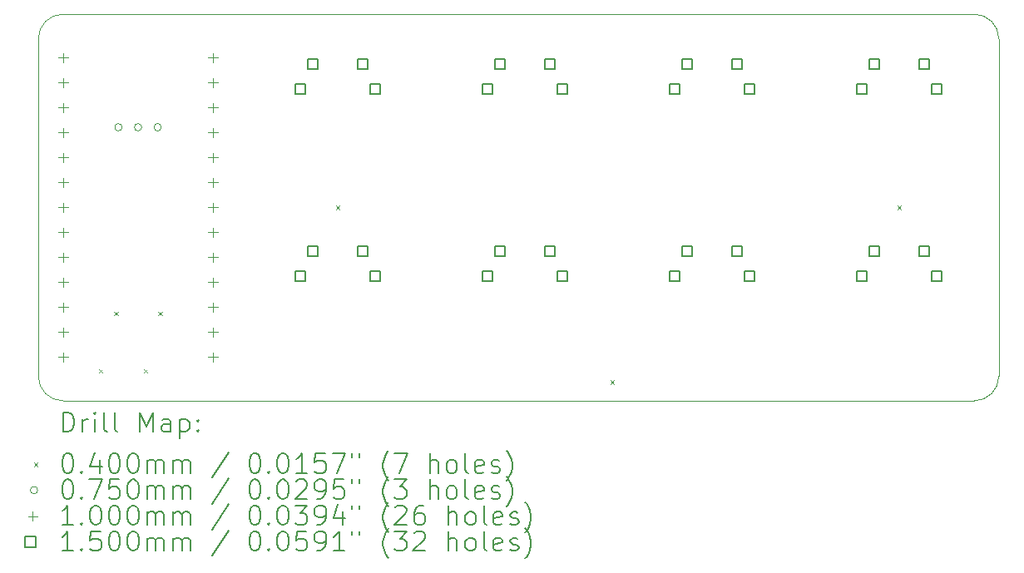
<source format=gbr>
%TF.GenerationSoftware,KiCad,Pcbnew,(6.0.7)*%
%TF.CreationDate,2022-11-12T22:44:36+08:00*%
%TF.ProjectId,KP08_keypad,4b503038-5f6b-4657-9970-61642e6b6963,1.0*%
%TF.SameCoordinates,Original*%
%TF.FileFunction,Drillmap*%
%TF.FilePolarity,Positive*%
%FSLAX45Y45*%
G04 Gerber Fmt 4.5, Leading zero omitted, Abs format (unit mm)*
G04 Created by KiCad (PCBNEW (6.0.7)) date 2022-11-12 22:44:36*
%MOMM*%
%LPD*%
G01*
G04 APERTURE LIST*
%ADD10C,0.100000*%
%ADD11C,0.200000*%
%ADD12C,0.040000*%
%ADD13C,0.075000*%
%ADD14C,0.150000*%
G04 APERTURE END LIST*
D10*
X8382000Y-10287000D02*
X8382000Y-6858000D01*
X8636000Y-6604000D02*
X17907000Y-6604000D01*
X8382000Y-10287000D02*
G75*
G03*
X8636000Y-10541000I254000J0D01*
G01*
X8636000Y-6604000D02*
G75*
G03*
X8382000Y-6858000I0J-254000D01*
G01*
X18161000Y-6858000D02*
G75*
G03*
X17907000Y-6604000I-254000J0D01*
G01*
X17907000Y-10541000D02*
X8636000Y-10541000D01*
X18161000Y-6858000D02*
X18161000Y-10287000D01*
X17907000Y-10541000D02*
G75*
G03*
X18161000Y-10287000I0J254000D01*
G01*
D11*
D12*
X8997000Y-10216200D02*
X9037000Y-10256200D01*
X9037000Y-10216200D02*
X8997000Y-10256200D01*
X9153000Y-9632000D02*
X9193000Y-9672000D01*
X9193000Y-9632000D02*
X9153000Y-9672000D01*
X9454200Y-10216200D02*
X9494200Y-10256200D01*
X9494200Y-10216200D02*
X9454200Y-10256200D01*
X9603000Y-9632000D02*
X9643000Y-9672000D01*
X9643000Y-9632000D02*
X9603000Y-9672000D01*
X11410000Y-8552500D02*
X11450000Y-8592500D01*
X11450000Y-8552500D02*
X11410000Y-8592500D01*
X14204000Y-10330500D02*
X14244000Y-10370500D01*
X14244000Y-10330500D02*
X14204000Y-10370500D01*
X17125000Y-8552500D02*
X17165000Y-8592500D01*
X17165000Y-8552500D02*
X17125000Y-8592500D01*
D13*
X9235500Y-7755500D02*
G75*
G03*
X9235500Y-7755500I-37500J0D01*
G01*
X9435500Y-7755500D02*
G75*
G03*
X9435500Y-7755500I-37500J0D01*
G01*
X9635500Y-7755500D02*
G75*
G03*
X9635500Y-7755500I-37500J0D01*
G01*
D10*
X8636000Y-6998500D02*
X8636000Y-7098500D01*
X8586000Y-7048500D02*
X8686000Y-7048500D01*
X8636000Y-7252500D02*
X8636000Y-7352500D01*
X8586000Y-7302500D02*
X8686000Y-7302500D01*
X8636000Y-7506500D02*
X8636000Y-7606500D01*
X8586000Y-7556500D02*
X8686000Y-7556500D01*
X8636000Y-7760500D02*
X8636000Y-7860500D01*
X8586000Y-7810500D02*
X8686000Y-7810500D01*
X8636000Y-8014500D02*
X8636000Y-8114500D01*
X8586000Y-8064500D02*
X8686000Y-8064500D01*
X8636000Y-8268500D02*
X8636000Y-8368500D01*
X8586000Y-8318500D02*
X8686000Y-8318500D01*
X8636000Y-8522500D02*
X8636000Y-8622500D01*
X8586000Y-8572500D02*
X8686000Y-8572500D01*
X8636000Y-8776500D02*
X8636000Y-8876500D01*
X8586000Y-8826500D02*
X8686000Y-8826500D01*
X8636000Y-9030500D02*
X8636000Y-9130500D01*
X8586000Y-9080500D02*
X8686000Y-9080500D01*
X8636000Y-9284500D02*
X8636000Y-9384500D01*
X8586000Y-9334500D02*
X8686000Y-9334500D01*
X8636000Y-9538500D02*
X8636000Y-9638500D01*
X8586000Y-9588500D02*
X8686000Y-9588500D01*
X8636000Y-9792500D02*
X8636000Y-9892500D01*
X8586000Y-9842500D02*
X8686000Y-9842500D01*
X8636000Y-10046500D02*
X8636000Y-10146500D01*
X8586000Y-10096500D02*
X8686000Y-10096500D01*
X10160000Y-6998500D02*
X10160000Y-7098500D01*
X10110000Y-7048500D02*
X10210000Y-7048500D01*
X10160000Y-7252500D02*
X10160000Y-7352500D01*
X10110000Y-7302500D02*
X10210000Y-7302500D01*
X10160000Y-7506500D02*
X10160000Y-7606500D01*
X10110000Y-7556500D02*
X10210000Y-7556500D01*
X10160000Y-7760500D02*
X10160000Y-7860500D01*
X10110000Y-7810500D02*
X10210000Y-7810500D01*
X10160000Y-8014500D02*
X10160000Y-8114500D01*
X10110000Y-8064500D02*
X10210000Y-8064500D01*
X10160000Y-8268500D02*
X10160000Y-8368500D01*
X10110000Y-8318500D02*
X10210000Y-8318500D01*
X10160000Y-8522500D02*
X10160000Y-8622500D01*
X10110000Y-8572500D02*
X10210000Y-8572500D01*
X10160000Y-8776500D02*
X10160000Y-8876500D01*
X10110000Y-8826500D02*
X10210000Y-8826500D01*
X10160000Y-9030500D02*
X10160000Y-9130500D01*
X10110000Y-9080500D02*
X10210000Y-9080500D01*
X10160000Y-9284500D02*
X10160000Y-9384500D01*
X10110000Y-9334500D02*
X10210000Y-9334500D01*
X10160000Y-9538500D02*
X10160000Y-9638500D01*
X10110000Y-9588500D02*
X10210000Y-9588500D01*
X10160000Y-9792500D02*
X10160000Y-9892500D01*
X10110000Y-9842500D02*
X10210000Y-9842500D01*
X10160000Y-10046500D02*
X10160000Y-10146500D01*
X10110000Y-10096500D02*
X10210000Y-10096500D01*
D14*
X11102034Y-7419033D02*
X11102034Y-7312966D01*
X10995967Y-7312966D01*
X10995967Y-7419033D01*
X11102034Y-7419033D01*
X11102034Y-9324034D02*
X11102034Y-9217967D01*
X10995967Y-9217967D01*
X10995967Y-9324034D01*
X11102034Y-9324034D01*
X11229033Y-7165033D02*
X11229033Y-7058966D01*
X11122967Y-7058966D01*
X11122967Y-7165033D01*
X11229033Y-7165033D01*
X11229033Y-9070034D02*
X11229033Y-8963967D01*
X11122967Y-8963967D01*
X11122967Y-9070034D01*
X11229033Y-9070034D01*
X11737033Y-7165033D02*
X11737033Y-7058966D01*
X11630966Y-7058966D01*
X11630966Y-7165033D01*
X11737033Y-7165033D01*
X11737033Y-9070034D02*
X11737033Y-8963967D01*
X11630966Y-8963967D01*
X11630966Y-9070034D01*
X11737033Y-9070034D01*
X11864033Y-7419033D02*
X11864033Y-7312966D01*
X11757966Y-7312966D01*
X11757966Y-7419033D01*
X11864033Y-7419033D01*
X11864033Y-9324034D02*
X11864033Y-9217967D01*
X11757966Y-9217967D01*
X11757966Y-9324034D01*
X11864033Y-9324034D01*
X13007033Y-7419033D02*
X13007033Y-7312966D01*
X12900966Y-7312966D01*
X12900966Y-7419033D01*
X13007033Y-7419033D01*
X13007033Y-9324034D02*
X13007033Y-9217967D01*
X12900966Y-9217967D01*
X12900966Y-9324034D01*
X13007033Y-9324034D01*
X13134033Y-7165033D02*
X13134033Y-7058966D01*
X13027966Y-7058966D01*
X13027966Y-7165033D01*
X13134033Y-7165033D01*
X13134033Y-9070034D02*
X13134033Y-8963967D01*
X13027966Y-8963967D01*
X13027966Y-9070034D01*
X13134033Y-9070034D01*
X13642033Y-7165033D02*
X13642033Y-7058966D01*
X13535966Y-7058966D01*
X13535966Y-7165033D01*
X13642033Y-7165033D01*
X13642033Y-9070034D02*
X13642033Y-8963967D01*
X13535966Y-8963967D01*
X13535966Y-9070034D01*
X13642033Y-9070034D01*
X13769033Y-7419033D02*
X13769033Y-7312966D01*
X13662966Y-7312966D01*
X13662966Y-7419033D01*
X13769033Y-7419033D01*
X13769033Y-9324034D02*
X13769033Y-9217967D01*
X13662966Y-9217967D01*
X13662966Y-9324034D01*
X13769033Y-9324034D01*
X14912033Y-7419033D02*
X14912033Y-7312966D01*
X14805966Y-7312966D01*
X14805966Y-7419033D01*
X14912033Y-7419033D01*
X14912033Y-9324034D02*
X14912033Y-9217967D01*
X14805966Y-9217967D01*
X14805966Y-9324034D01*
X14912033Y-9324034D01*
X15039033Y-7165033D02*
X15039033Y-7058966D01*
X14932966Y-7058966D01*
X14932966Y-7165033D01*
X15039033Y-7165033D01*
X15039033Y-9070034D02*
X15039033Y-8963967D01*
X14932966Y-8963967D01*
X14932966Y-9070034D01*
X15039033Y-9070034D01*
X15547033Y-7165033D02*
X15547033Y-7058966D01*
X15440966Y-7058966D01*
X15440966Y-7165033D01*
X15547033Y-7165033D01*
X15547033Y-9070034D02*
X15547033Y-8963967D01*
X15440966Y-8963967D01*
X15440966Y-9070034D01*
X15547033Y-9070034D01*
X15674033Y-7419033D02*
X15674033Y-7312966D01*
X15567966Y-7312966D01*
X15567966Y-7419033D01*
X15674033Y-7419033D01*
X15674033Y-9324034D02*
X15674033Y-9217967D01*
X15567966Y-9217967D01*
X15567966Y-9324034D01*
X15674033Y-9324034D01*
X16817034Y-7419033D02*
X16817034Y-7312966D01*
X16710966Y-7312966D01*
X16710966Y-7419033D01*
X16817034Y-7419033D01*
X16817034Y-9324034D02*
X16817034Y-9217967D01*
X16710966Y-9217967D01*
X16710966Y-9324034D01*
X16817034Y-9324034D01*
X16944034Y-7165033D02*
X16944034Y-7058966D01*
X16837967Y-7058966D01*
X16837967Y-7165033D01*
X16944034Y-7165033D01*
X16944034Y-9070034D02*
X16944034Y-8963967D01*
X16837967Y-8963967D01*
X16837967Y-9070034D01*
X16944034Y-9070034D01*
X17452034Y-7165033D02*
X17452034Y-7058966D01*
X17345967Y-7058966D01*
X17345967Y-7165033D01*
X17452034Y-7165033D01*
X17452034Y-9070034D02*
X17452034Y-8963967D01*
X17345967Y-8963967D01*
X17345967Y-9070034D01*
X17452034Y-9070034D01*
X17579034Y-7419033D02*
X17579034Y-7312966D01*
X17472967Y-7312966D01*
X17472967Y-7419033D01*
X17579034Y-7419033D01*
X17579034Y-9324034D02*
X17579034Y-9217967D01*
X17472967Y-9217967D01*
X17472967Y-9324034D01*
X17579034Y-9324034D01*
D11*
X8634619Y-10856476D02*
X8634619Y-10656476D01*
X8682238Y-10656476D01*
X8710810Y-10666000D01*
X8729857Y-10685048D01*
X8739381Y-10704095D01*
X8748905Y-10742190D01*
X8748905Y-10770762D01*
X8739381Y-10808857D01*
X8729857Y-10827905D01*
X8710810Y-10846952D01*
X8682238Y-10856476D01*
X8634619Y-10856476D01*
X8834619Y-10856476D02*
X8834619Y-10723143D01*
X8834619Y-10761238D02*
X8844143Y-10742190D01*
X8853667Y-10732667D01*
X8872714Y-10723143D01*
X8891762Y-10723143D01*
X8958429Y-10856476D02*
X8958429Y-10723143D01*
X8958429Y-10656476D02*
X8948905Y-10666000D01*
X8958429Y-10675524D01*
X8967952Y-10666000D01*
X8958429Y-10656476D01*
X8958429Y-10675524D01*
X9082238Y-10856476D02*
X9063190Y-10846952D01*
X9053667Y-10827905D01*
X9053667Y-10656476D01*
X9187000Y-10856476D02*
X9167952Y-10846952D01*
X9158429Y-10827905D01*
X9158429Y-10656476D01*
X9415571Y-10856476D02*
X9415571Y-10656476D01*
X9482238Y-10799333D01*
X9548905Y-10656476D01*
X9548905Y-10856476D01*
X9729857Y-10856476D02*
X9729857Y-10751714D01*
X9720333Y-10732667D01*
X9701286Y-10723143D01*
X9663190Y-10723143D01*
X9644143Y-10732667D01*
X9729857Y-10846952D02*
X9710810Y-10856476D01*
X9663190Y-10856476D01*
X9644143Y-10846952D01*
X9634619Y-10827905D01*
X9634619Y-10808857D01*
X9644143Y-10789810D01*
X9663190Y-10780286D01*
X9710810Y-10780286D01*
X9729857Y-10770762D01*
X9825095Y-10723143D02*
X9825095Y-10923143D01*
X9825095Y-10732667D02*
X9844143Y-10723143D01*
X9882238Y-10723143D01*
X9901286Y-10732667D01*
X9910810Y-10742190D01*
X9920333Y-10761238D01*
X9920333Y-10818381D01*
X9910810Y-10837429D01*
X9901286Y-10846952D01*
X9882238Y-10856476D01*
X9844143Y-10856476D01*
X9825095Y-10846952D01*
X10006048Y-10837429D02*
X10015571Y-10846952D01*
X10006048Y-10856476D01*
X9996524Y-10846952D01*
X10006048Y-10837429D01*
X10006048Y-10856476D01*
X10006048Y-10732667D02*
X10015571Y-10742190D01*
X10006048Y-10751714D01*
X9996524Y-10742190D01*
X10006048Y-10732667D01*
X10006048Y-10751714D01*
D12*
X8337000Y-11166000D02*
X8377000Y-11206000D01*
X8377000Y-11166000D02*
X8337000Y-11206000D01*
D11*
X8672714Y-11076476D02*
X8691762Y-11076476D01*
X8710810Y-11086000D01*
X8720333Y-11095524D01*
X8729857Y-11114571D01*
X8739381Y-11152667D01*
X8739381Y-11200286D01*
X8729857Y-11238381D01*
X8720333Y-11257428D01*
X8710810Y-11266952D01*
X8691762Y-11276476D01*
X8672714Y-11276476D01*
X8653667Y-11266952D01*
X8644143Y-11257428D01*
X8634619Y-11238381D01*
X8625095Y-11200286D01*
X8625095Y-11152667D01*
X8634619Y-11114571D01*
X8644143Y-11095524D01*
X8653667Y-11086000D01*
X8672714Y-11076476D01*
X8825095Y-11257428D02*
X8834619Y-11266952D01*
X8825095Y-11276476D01*
X8815571Y-11266952D01*
X8825095Y-11257428D01*
X8825095Y-11276476D01*
X9006048Y-11143143D02*
X9006048Y-11276476D01*
X8958429Y-11066952D02*
X8910810Y-11209809D01*
X9034619Y-11209809D01*
X9148905Y-11076476D02*
X9167952Y-11076476D01*
X9187000Y-11086000D01*
X9196524Y-11095524D01*
X9206048Y-11114571D01*
X9215571Y-11152667D01*
X9215571Y-11200286D01*
X9206048Y-11238381D01*
X9196524Y-11257428D01*
X9187000Y-11266952D01*
X9167952Y-11276476D01*
X9148905Y-11276476D01*
X9129857Y-11266952D01*
X9120333Y-11257428D01*
X9110810Y-11238381D01*
X9101286Y-11200286D01*
X9101286Y-11152667D01*
X9110810Y-11114571D01*
X9120333Y-11095524D01*
X9129857Y-11086000D01*
X9148905Y-11076476D01*
X9339381Y-11076476D02*
X9358429Y-11076476D01*
X9377476Y-11086000D01*
X9387000Y-11095524D01*
X9396524Y-11114571D01*
X9406048Y-11152667D01*
X9406048Y-11200286D01*
X9396524Y-11238381D01*
X9387000Y-11257428D01*
X9377476Y-11266952D01*
X9358429Y-11276476D01*
X9339381Y-11276476D01*
X9320333Y-11266952D01*
X9310810Y-11257428D01*
X9301286Y-11238381D01*
X9291762Y-11200286D01*
X9291762Y-11152667D01*
X9301286Y-11114571D01*
X9310810Y-11095524D01*
X9320333Y-11086000D01*
X9339381Y-11076476D01*
X9491762Y-11276476D02*
X9491762Y-11143143D01*
X9491762Y-11162190D02*
X9501286Y-11152667D01*
X9520333Y-11143143D01*
X9548905Y-11143143D01*
X9567952Y-11152667D01*
X9577476Y-11171714D01*
X9577476Y-11276476D01*
X9577476Y-11171714D02*
X9587000Y-11152667D01*
X9606048Y-11143143D01*
X9634619Y-11143143D01*
X9653667Y-11152667D01*
X9663190Y-11171714D01*
X9663190Y-11276476D01*
X9758429Y-11276476D02*
X9758429Y-11143143D01*
X9758429Y-11162190D02*
X9767952Y-11152667D01*
X9787000Y-11143143D01*
X9815571Y-11143143D01*
X9834619Y-11152667D01*
X9844143Y-11171714D01*
X9844143Y-11276476D01*
X9844143Y-11171714D02*
X9853667Y-11152667D01*
X9872714Y-11143143D01*
X9901286Y-11143143D01*
X9920333Y-11152667D01*
X9929857Y-11171714D01*
X9929857Y-11276476D01*
X10320333Y-11066952D02*
X10148905Y-11324095D01*
X10577476Y-11076476D02*
X10596524Y-11076476D01*
X10615571Y-11086000D01*
X10625095Y-11095524D01*
X10634619Y-11114571D01*
X10644143Y-11152667D01*
X10644143Y-11200286D01*
X10634619Y-11238381D01*
X10625095Y-11257428D01*
X10615571Y-11266952D01*
X10596524Y-11276476D01*
X10577476Y-11276476D01*
X10558429Y-11266952D01*
X10548905Y-11257428D01*
X10539381Y-11238381D01*
X10529857Y-11200286D01*
X10529857Y-11152667D01*
X10539381Y-11114571D01*
X10548905Y-11095524D01*
X10558429Y-11086000D01*
X10577476Y-11076476D01*
X10729857Y-11257428D02*
X10739381Y-11266952D01*
X10729857Y-11276476D01*
X10720333Y-11266952D01*
X10729857Y-11257428D01*
X10729857Y-11276476D01*
X10863190Y-11076476D02*
X10882238Y-11076476D01*
X10901286Y-11086000D01*
X10910810Y-11095524D01*
X10920333Y-11114571D01*
X10929857Y-11152667D01*
X10929857Y-11200286D01*
X10920333Y-11238381D01*
X10910810Y-11257428D01*
X10901286Y-11266952D01*
X10882238Y-11276476D01*
X10863190Y-11276476D01*
X10844143Y-11266952D01*
X10834619Y-11257428D01*
X10825095Y-11238381D01*
X10815571Y-11200286D01*
X10815571Y-11152667D01*
X10825095Y-11114571D01*
X10834619Y-11095524D01*
X10844143Y-11086000D01*
X10863190Y-11076476D01*
X11120333Y-11276476D02*
X11006048Y-11276476D01*
X11063190Y-11276476D02*
X11063190Y-11076476D01*
X11044143Y-11105048D01*
X11025095Y-11124095D01*
X11006048Y-11133619D01*
X11301286Y-11076476D02*
X11206048Y-11076476D01*
X11196524Y-11171714D01*
X11206048Y-11162190D01*
X11225095Y-11152667D01*
X11272714Y-11152667D01*
X11291762Y-11162190D01*
X11301286Y-11171714D01*
X11310809Y-11190762D01*
X11310809Y-11238381D01*
X11301286Y-11257428D01*
X11291762Y-11266952D01*
X11272714Y-11276476D01*
X11225095Y-11276476D01*
X11206048Y-11266952D01*
X11196524Y-11257428D01*
X11377476Y-11076476D02*
X11510809Y-11076476D01*
X11425095Y-11276476D01*
X11577476Y-11076476D02*
X11577476Y-11114571D01*
X11653667Y-11076476D02*
X11653667Y-11114571D01*
X11948905Y-11352667D02*
X11939381Y-11343143D01*
X11920333Y-11314571D01*
X11910809Y-11295524D01*
X11901286Y-11266952D01*
X11891762Y-11219333D01*
X11891762Y-11181238D01*
X11901286Y-11133619D01*
X11910809Y-11105048D01*
X11920333Y-11086000D01*
X11939381Y-11057429D01*
X11948905Y-11047905D01*
X12006048Y-11076476D02*
X12139381Y-11076476D01*
X12053667Y-11276476D01*
X12367952Y-11276476D02*
X12367952Y-11076476D01*
X12453667Y-11276476D02*
X12453667Y-11171714D01*
X12444143Y-11152667D01*
X12425095Y-11143143D01*
X12396524Y-11143143D01*
X12377476Y-11152667D01*
X12367952Y-11162190D01*
X12577476Y-11276476D02*
X12558428Y-11266952D01*
X12548905Y-11257428D01*
X12539381Y-11238381D01*
X12539381Y-11181238D01*
X12548905Y-11162190D01*
X12558428Y-11152667D01*
X12577476Y-11143143D01*
X12606048Y-11143143D01*
X12625095Y-11152667D01*
X12634619Y-11162190D01*
X12644143Y-11181238D01*
X12644143Y-11238381D01*
X12634619Y-11257428D01*
X12625095Y-11266952D01*
X12606048Y-11276476D01*
X12577476Y-11276476D01*
X12758428Y-11276476D02*
X12739381Y-11266952D01*
X12729857Y-11247905D01*
X12729857Y-11076476D01*
X12910809Y-11266952D02*
X12891762Y-11276476D01*
X12853667Y-11276476D01*
X12834619Y-11266952D01*
X12825095Y-11247905D01*
X12825095Y-11171714D01*
X12834619Y-11152667D01*
X12853667Y-11143143D01*
X12891762Y-11143143D01*
X12910809Y-11152667D01*
X12920333Y-11171714D01*
X12920333Y-11190762D01*
X12825095Y-11209809D01*
X12996524Y-11266952D02*
X13015571Y-11276476D01*
X13053667Y-11276476D01*
X13072714Y-11266952D01*
X13082238Y-11247905D01*
X13082238Y-11238381D01*
X13072714Y-11219333D01*
X13053667Y-11209809D01*
X13025095Y-11209809D01*
X13006048Y-11200286D01*
X12996524Y-11181238D01*
X12996524Y-11171714D01*
X13006048Y-11152667D01*
X13025095Y-11143143D01*
X13053667Y-11143143D01*
X13072714Y-11152667D01*
X13148905Y-11352667D02*
X13158428Y-11343143D01*
X13177476Y-11314571D01*
X13187000Y-11295524D01*
X13196524Y-11266952D01*
X13206048Y-11219333D01*
X13206048Y-11181238D01*
X13196524Y-11133619D01*
X13187000Y-11105048D01*
X13177476Y-11086000D01*
X13158428Y-11057429D01*
X13148905Y-11047905D01*
D13*
X8377000Y-11450000D02*
G75*
G03*
X8377000Y-11450000I-37500J0D01*
G01*
D11*
X8672714Y-11340476D02*
X8691762Y-11340476D01*
X8710810Y-11350000D01*
X8720333Y-11359524D01*
X8729857Y-11378571D01*
X8739381Y-11416667D01*
X8739381Y-11464286D01*
X8729857Y-11502381D01*
X8720333Y-11521428D01*
X8710810Y-11530952D01*
X8691762Y-11540476D01*
X8672714Y-11540476D01*
X8653667Y-11530952D01*
X8644143Y-11521428D01*
X8634619Y-11502381D01*
X8625095Y-11464286D01*
X8625095Y-11416667D01*
X8634619Y-11378571D01*
X8644143Y-11359524D01*
X8653667Y-11350000D01*
X8672714Y-11340476D01*
X8825095Y-11521428D02*
X8834619Y-11530952D01*
X8825095Y-11540476D01*
X8815571Y-11530952D01*
X8825095Y-11521428D01*
X8825095Y-11540476D01*
X8901286Y-11340476D02*
X9034619Y-11340476D01*
X8948905Y-11540476D01*
X9206048Y-11340476D02*
X9110810Y-11340476D01*
X9101286Y-11435714D01*
X9110810Y-11426190D01*
X9129857Y-11416667D01*
X9177476Y-11416667D01*
X9196524Y-11426190D01*
X9206048Y-11435714D01*
X9215571Y-11454762D01*
X9215571Y-11502381D01*
X9206048Y-11521428D01*
X9196524Y-11530952D01*
X9177476Y-11540476D01*
X9129857Y-11540476D01*
X9110810Y-11530952D01*
X9101286Y-11521428D01*
X9339381Y-11340476D02*
X9358429Y-11340476D01*
X9377476Y-11350000D01*
X9387000Y-11359524D01*
X9396524Y-11378571D01*
X9406048Y-11416667D01*
X9406048Y-11464286D01*
X9396524Y-11502381D01*
X9387000Y-11521428D01*
X9377476Y-11530952D01*
X9358429Y-11540476D01*
X9339381Y-11540476D01*
X9320333Y-11530952D01*
X9310810Y-11521428D01*
X9301286Y-11502381D01*
X9291762Y-11464286D01*
X9291762Y-11416667D01*
X9301286Y-11378571D01*
X9310810Y-11359524D01*
X9320333Y-11350000D01*
X9339381Y-11340476D01*
X9491762Y-11540476D02*
X9491762Y-11407143D01*
X9491762Y-11426190D02*
X9501286Y-11416667D01*
X9520333Y-11407143D01*
X9548905Y-11407143D01*
X9567952Y-11416667D01*
X9577476Y-11435714D01*
X9577476Y-11540476D01*
X9577476Y-11435714D02*
X9587000Y-11416667D01*
X9606048Y-11407143D01*
X9634619Y-11407143D01*
X9653667Y-11416667D01*
X9663190Y-11435714D01*
X9663190Y-11540476D01*
X9758429Y-11540476D02*
X9758429Y-11407143D01*
X9758429Y-11426190D02*
X9767952Y-11416667D01*
X9787000Y-11407143D01*
X9815571Y-11407143D01*
X9834619Y-11416667D01*
X9844143Y-11435714D01*
X9844143Y-11540476D01*
X9844143Y-11435714D02*
X9853667Y-11416667D01*
X9872714Y-11407143D01*
X9901286Y-11407143D01*
X9920333Y-11416667D01*
X9929857Y-11435714D01*
X9929857Y-11540476D01*
X10320333Y-11330952D02*
X10148905Y-11588095D01*
X10577476Y-11340476D02*
X10596524Y-11340476D01*
X10615571Y-11350000D01*
X10625095Y-11359524D01*
X10634619Y-11378571D01*
X10644143Y-11416667D01*
X10644143Y-11464286D01*
X10634619Y-11502381D01*
X10625095Y-11521428D01*
X10615571Y-11530952D01*
X10596524Y-11540476D01*
X10577476Y-11540476D01*
X10558429Y-11530952D01*
X10548905Y-11521428D01*
X10539381Y-11502381D01*
X10529857Y-11464286D01*
X10529857Y-11416667D01*
X10539381Y-11378571D01*
X10548905Y-11359524D01*
X10558429Y-11350000D01*
X10577476Y-11340476D01*
X10729857Y-11521428D02*
X10739381Y-11530952D01*
X10729857Y-11540476D01*
X10720333Y-11530952D01*
X10729857Y-11521428D01*
X10729857Y-11540476D01*
X10863190Y-11340476D02*
X10882238Y-11340476D01*
X10901286Y-11350000D01*
X10910810Y-11359524D01*
X10920333Y-11378571D01*
X10929857Y-11416667D01*
X10929857Y-11464286D01*
X10920333Y-11502381D01*
X10910810Y-11521428D01*
X10901286Y-11530952D01*
X10882238Y-11540476D01*
X10863190Y-11540476D01*
X10844143Y-11530952D01*
X10834619Y-11521428D01*
X10825095Y-11502381D01*
X10815571Y-11464286D01*
X10815571Y-11416667D01*
X10825095Y-11378571D01*
X10834619Y-11359524D01*
X10844143Y-11350000D01*
X10863190Y-11340476D01*
X11006048Y-11359524D02*
X11015571Y-11350000D01*
X11034619Y-11340476D01*
X11082238Y-11340476D01*
X11101286Y-11350000D01*
X11110810Y-11359524D01*
X11120333Y-11378571D01*
X11120333Y-11397619D01*
X11110810Y-11426190D01*
X10996524Y-11540476D01*
X11120333Y-11540476D01*
X11215571Y-11540476D02*
X11253667Y-11540476D01*
X11272714Y-11530952D01*
X11282238Y-11521428D01*
X11301286Y-11492857D01*
X11310809Y-11454762D01*
X11310809Y-11378571D01*
X11301286Y-11359524D01*
X11291762Y-11350000D01*
X11272714Y-11340476D01*
X11234619Y-11340476D01*
X11215571Y-11350000D01*
X11206048Y-11359524D01*
X11196524Y-11378571D01*
X11196524Y-11426190D01*
X11206048Y-11445238D01*
X11215571Y-11454762D01*
X11234619Y-11464286D01*
X11272714Y-11464286D01*
X11291762Y-11454762D01*
X11301286Y-11445238D01*
X11310809Y-11426190D01*
X11491762Y-11340476D02*
X11396524Y-11340476D01*
X11387000Y-11435714D01*
X11396524Y-11426190D01*
X11415571Y-11416667D01*
X11463190Y-11416667D01*
X11482238Y-11426190D01*
X11491762Y-11435714D01*
X11501286Y-11454762D01*
X11501286Y-11502381D01*
X11491762Y-11521428D01*
X11482238Y-11530952D01*
X11463190Y-11540476D01*
X11415571Y-11540476D01*
X11396524Y-11530952D01*
X11387000Y-11521428D01*
X11577476Y-11340476D02*
X11577476Y-11378571D01*
X11653667Y-11340476D02*
X11653667Y-11378571D01*
X11948905Y-11616667D02*
X11939381Y-11607143D01*
X11920333Y-11578571D01*
X11910809Y-11559524D01*
X11901286Y-11530952D01*
X11891762Y-11483333D01*
X11891762Y-11445238D01*
X11901286Y-11397619D01*
X11910809Y-11369048D01*
X11920333Y-11350000D01*
X11939381Y-11321428D01*
X11948905Y-11311905D01*
X12006048Y-11340476D02*
X12129857Y-11340476D01*
X12063190Y-11416667D01*
X12091762Y-11416667D01*
X12110809Y-11426190D01*
X12120333Y-11435714D01*
X12129857Y-11454762D01*
X12129857Y-11502381D01*
X12120333Y-11521428D01*
X12110809Y-11530952D01*
X12091762Y-11540476D01*
X12034619Y-11540476D01*
X12015571Y-11530952D01*
X12006048Y-11521428D01*
X12367952Y-11540476D02*
X12367952Y-11340476D01*
X12453667Y-11540476D02*
X12453667Y-11435714D01*
X12444143Y-11416667D01*
X12425095Y-11407143D01*
X12396524Y-11407143D01*
X12377476Y-11416667D01*
X12367952Y-11426190D01*
X12577476Y-11540476D02*
X12558428Y-11530952D01*
X12548905Y-11521428D01*
X12539381Y-11502381D01*
X12539381Y-11445238D01*
X12548905Y-11426190D01*
X12558428Y-11416667D01*
X12577476Y-11407143D01*
X12606048Y-11407143D01*
X12625095Y-11416667D01*
X12634619Y-11426190D01*
X12644143Y-11445238D01*
X12644143Y-11502381D01*
X12634619Y-11521428D01*
X12625095Y-11530952D01*
X12606048Y-11540476D01*
X12577476Y-11540476D01*
X12758428Y-11540476D02*
X12739381Y-11530952D01*
X12729857Y-11511905D01*
X12729857Y-11340476D01*
X12910809Y-11530952D02*
X12891762Y-11540476D01*
X12853667Y-11540476D01*
X12834619Y-11530952D01*
X12825095Y-11511905D01*
X12825095Y-11435714D01*
X12834619Y-11416667D01*
X12853667Y-11407143D01*
X12891762Y-11407143D01*
X12910809Y-11416667D01*
X12920333Y-11435714D01*
X12920333Y-11454762D01*
X12825095Y-11473809D01*
X12996524Y-11530952D02*
X13015571Y-11540476D01*
X13053667Y-11540476D01*
X13072714Y-11530952D01*
X13082238Y-11511905D01*
X13082238Y-11502381D01*
X13072714Y-11483333D01*
X13053667Y-11473809D01*
X13025095Y-11473809D01*
X13006048Y-11464286D01*
X12996524Y-11445238D01*
X12996524Y-11435714D01*
X13006048Y-11416667D01*
X13025095Y-11407143D01*
X13053667Y-11407143D01*
X13072714Y-11416667D01*
X13148905Y-11616667D02*
X13158428Y-11607143D01*
X13177476Y-11578571D01*
X13187000Y-11559524D01*
X13196524Y-11530952D01*
X13206048Y-11483333D01*
X13206048Y-11445238D01*
X13196524Y-11397619D01*
X13187000Y-11369048D01*
X13177476Y-11350000D01*
X13158428Y-11321428D01*
X13148905Y-11311905D01*
D10*
X8327000Y-11664000D02*
X8327000Y-11764000D01*
X8277000Y-11714000D02*
X8377000Y-11714000D01*
D11*
X8739381Y-11804476D02*
X8625095Y-11804476D01*
X8682238Y-11804476D02*
X8682238Y-11604476D01*
X8663190Y-11633048D01*
X8644143Y-11652095D01*
X8625095Y-11661619D01*
X8825095Y-11785428D02*
X8834619Y-11794952D01*
X8825095Y-11804476D01*
X8815571Y-11794952D01*
X8825095Y-11785428D01*
X8825095Y-11804476D01*
X8958429Y-11604476D02*
X8977476Y-11604476D01*
X8996524Y-11614000D01*
X9006048Y-11623524D01*
X9015571Y-11642571D01*
X9025095Y-11680667D01*
X9025095Y-11728286D01*
X9015571Y-11766381D01*
X9006048Y-11785428D01*
X8996524Y-11794952D01*
X8977476Y-11804476D01*
X8958429Y-11804476D01*
X8939381Y-11794952D01*
X8929857Y-11785428D01*
X8920333Y-11766381D01*
X8910810Y-11728286D01*
X8910810Y-11680667D01*
X8920333Y-11642571D01*
X8929857Y-11623524D01*
X8939381Y-11614000D01*
X8958429Y-11604476D01*
X9148905Y-11604476D02*
X9167952Y-11604476D01*
X9187000Y-11614000D01*
X9196524Y-11623524D01*
X9206048Y-11642571D01*
X9215571Y-11680667D01*
X9215571Y-11728286D01*
X9206048Y-11766381D01*
X9196524Y-11785428D01*
X9187000Y-11794952D01*
X9167952Y-11804476D01*
X9148905Y-11804476D01*
X9129857Y-11794952D01*
X9120333Y-11785428D01*
X9110810Y-11766381D01*
X9101286Y-11728286D01*
X9101286Y-11680667D01*
X9110810Y-11642571D01*
X9120333Y-11623524D01*
X9129857Y-11614000D01*
X9148905Y-11604476D01*
X9339381Y-11604476D02*
X9358429Y-11604476D01*
X9377476Y-11614000D01*
X9387000Y-11623524D01*
X9396524Y-11642571D01*
X9406048Y-11680667D01*
X9406048Y-11728286D01*
X9396524Y-11766381D01*
X9387000Y-11785428D01*
X9377476Y-11794952D01*
X9358429Y-11804476D01*
X9339381Y-11804476D01*
X9320333Y-11794952D01*
X9310810Y-11785428D01*
X9301286Y-11766381D01*
X9291762Y-11728286D01*
X9291762Y-11680667D01*
X9301286Y-11642571D01*
X9310810Y-11623524D01*
X9320333Y-11614000D01*
X9339381Y-11604476D01*
X9491762Y-11804476D02*
X9491762Y-11671143D01*
X9491762Y-11690190D02*
X9501286Y-11680667D01*
X9520333Y-11671143D01*
X9548905Y-11671143D01*
X9567952Y-11680667D01*
X9577476Y-11699714D01*
X9577476Y-11804476D01*
X9577476Y-11699714D02*
X9587000Y-11680667D01*
X9606048Y-11671143D01*
X9634619Y-11671143D01*
X9653667Y-11680667D01*
X9663190Y-11699714D01*
X9663190Y-11804476D01*
X9758429Y-11804476D02*
X9758429Y-11671143D01*
X9758429Y-11690190D02*
X9767952Y-11680667D01*
X9787000Y-11671143D01*
X9815571Y-11671143D01*
X9834619Y-11680667D01*
X9844143Y-11699714D01*
X9844143Y-11804476D01*
X9844143Y-11699714D02*
X9853667Y-11680667D01*
X9872714Y-11671143D01*
X9901286Y-11671143D01*
X9920333Y-11680667D01*
X9929857Y-11699714D01*
X9929857Y-11804476D01*
X10320333Y-11594952D02*
X10148905Y-11852095D01*
X10577476Y-11604476D02*
X10596524Y-11604476D01*
X10615571Y-11614000D01*
X10625095Y-11623524D01*
X10634619Y-11642571D01*
X10644143Y-11680667D01*
X10644143Y-11728286D01*
X10634619Y-11766381D01*
X10625095Y-11785428D01*
X10615571Y-11794952D01*
X10596524Y-11804476D01*
X10577476Y-11804476D01*
X10558429Y-11794952D01*
X10548905Y-11785428D01*
X10539381Y-11766381D01*
X10529857Y-11728286D01*
X10529857Y-11680667D01*
X10539381Y-11642571D01*
X10548905Y-11623524D01*
X10558429Y-11614000D01*
X10577476Y-11604476D01*
X10729857Y-11785428D02*
X10739381Y-11794952D01*
X10729857Y-11804476D01*
X10720333Y-11794952D01*
X10729857Y-11785428D01*
X10729857Y-11804476D01*
X10863190Y-11604476D02*
X10882238Y-11604476D01*
X10901286Y-11614000D01*
X10910810Y-11623524D01*
X10920333Y-11642571D01*
X10929857Y-11680667D01*
X10929857Y-11728286D01*
X10920333Y-11766381D01*
X10910810Y-11785428D01*
X10901286Y-11794952D01*
X10882238Y-11804476D01*
X10863190Y-11804476D01*
X10844143Y-11794952D01*
X10834619Y-11785428D01*
X10825095Y-11766381D01*
X10815571Y-11728286D01*
X10815571Y-11680667D01*
X10825095Y-11642571D01*
X10834619Y-11623524D01*
X10844143Y-11614000D01*
X10863190Y-11604476D01*
X10996524Y-11604476D02*
X11120333Y-11604476D01*
X11053667Y-11680667D01*
X11082238Y-11680667D01*
X11101286Y-11690190D01*
X11110810Y-11699714D01*
X11120333Y-11718762D01*
X11120333Y-11766381D01*
X11110810Y-11785428D01*
X11101286Y-11794952D01*
X11082238Y-11804476D01*
X11025095Y-11804476D01*
X11006048Y-11794952D01*
X10996524Y-11785428D01*
X11215571Y-11804476D02*
X11253667Y-11804476D01*
X11272714Y-11794952D01*
X11282238Y-11785428D01*
X11301286Y-11756857D01*
X11310809Y-11718762D01*
X11310809Y-11642571D01*
X11301286Y-11623524D01*
X11291762Y-11614000D01*
X11272714Y-11604476D01*
X11234619Y-11604476D01*
X11215571Y-11614000D01*
X11206048Y-11623524D01*
X11196524Y-11642571D01*
X11196524Y-11690190D01*
X11206048Y-11709238D01*
X11215571Y-11718762D01*
X11234619Y-11728286D01*
X11272714Y-11728286D01*
X11291762Y-11718762D01*
X11301286Y-11709238D01*
X11310809Y-11690190D01*
X11482238Y-11671143D02*
X11482238Y-11804476D01*
X11434619Y-11594952D02*
X11387000Y-11737809D01*
X11510809Y-11737809D01*
X11577476Y-11604476D02*
X11577476Y-11642571D01*
X11653667Y-11604476D02*
X11653667Y-11642571D01*
X11948905Y-11880667D02*
X11939381Y-11871143D01*
X11920333Y-11842571D01*
X11910809Y-11823524D01*
X11901286Y-11794952D01*
X11891762Y-11747333D01*
X11891762Y-11709238D01*
X11901286Y-11661619D01*
X11910809Y-11633048D01*
X11920333Y-11614000D01*
X11939381Y-11585428D01*
X11948905Y-11575905D01*
X12015571Y-11623524D02*
X12025095Y-11614000D01*
X12044143Y-11604476D01*
X12091762Y-11604476D01*
X12110809Y-11614000D01*
X12120333Y-11623524D01*
X12129857Y-11642571D01*
X12129857Y-11661619D01*
X12120333Y-11690190D01*
X12006048Y-11804476D01*
X12129857Y-11804476D01*
X12301286Y-11604476D02*
X12263190Y-11604476D01*
X12244143Y-11614000D01*
X12234619Y-11623524D01*
X12215571Y-11652095D01*
X12206048Y-11690190D01*
X12206048Y-11766381D01*
X12215571Y-11785428D01*
X12225095Y-11794952D01*
X12244143Y-11804476D01*
X12282238Y-11804476D01*
X12301286Y-11794952D01*
X12310809Y-11785428D01*
X12320333Y-11766381D01*
X12320333Y-11718762D01*
X12310809Y-11699714D01*
X12301286Y-11690190D01*
X12282238Y-11680667D01*
X12244143Y-11680667D01*
X12225095Y-11690190D01*
X12215571Y-11699714D01*
X12206048Y-11718762D01*
X12558428Y-11804476D02*
X12558428Y-11604476D01*
X12644143Y-11804476D02*
X12644143Y-11699714D01*
X12634619Y-11680667D01*
X12615571Y-11671143D01*
X12587000Y-11671143D01*
X12567952Y-11680667D01*
X12558428Y-11690190D01*
X12767952Y-11804476D02*
X12748905Y-11794952D01*
X12739381Y-11785428D01*
X12729857Y-11766381D01*
X12729857Y-11709238D01*
X12739381Y-11690190D01*
X12748905Y-11680667D01*
X12767952Y-11671143D01*
X12796524Y-11671143D01*
X12815571Y-11680667D01*
X12825095Y-11690190D01*
X12834619Y-11709238D01*
X12834619Y-11766381D01*
X12825095Y-11785428D01*
X12815571Y-11794952D01*
X12796524Y-11804476D01*
X12767952Y-11804476D01*
X12948905Y-11804476D02*
X12929857Y-11794952D01*
X12920333Y-11775905D01*
X12920333Y-11604476D01*
X13101286Y-11794952D02*
X13082238Y-11804476D01*
X13044143Y-11804476D01*
X13025095Y-11794952D01*
X13015571Y-11775905D01*
X13015571Y-11699714D01*
X13025095Y-11680667D01*
X13044143Y-11671143D01*
X13082238Y-11671143D01*
X13101286Y-11680667D01*
X13110809Y-11699714D01*
X13110809Y-11718762D01*
X13015571Y-11737809D01*
X13187000Y-11794952D02*
X13206048Y-11804476D01*
X13244143Y-11804476D01*
X13263190Y-11794952D01*
X13272714Y-11775905D01*
X13272714Y-11766381D01*
X13263190Y-11747333D01*
X13244143Y-11737809D01*
X13215571Y-11737809D01*
X13196524Y-11728286D01*
X13187000Y-11709238D01*
X13187000Y-11699714D01*
X13196524Y-11680667D01*
X13215571Y-11671143D01*
X13244143Y-11671143D01*
X13263190Y-11680667D01*
X13339381Y-11880667D02*
X13348905Y-11871143D01*
X13367952Y-11842571D01*
X13377476Y-11823524D01*
X13387000Y-11794952D01*
X13396524Y-11747333D01*
X13396524Y-11709238D01*
X13387000Y-11661619D01*
X13377476Y-11633048D01*
X13367952Y-11614000D01*
X13348905Y-11585428D01*
X13339381Y-11575905D01*
D14*
X8355033Y-12031033D02*
X8355033Y-11924966D01*
X8248966Y-11924966D01*
X8248966Y-12031033D01*
X8355033Y-12031033D01*
D11*
X8739381Y-12068476D02*
X8625095Y-12068476D01*
X8682238Y-12068476D02*
X8682238Y-11868476D01*
X8663190Y-11897048D01*
X8644143Y-11916095D01*
X8625095Y-11925619D01*
X8825095Y-12049428D02*
X8834619Y-12058952D01*
X8825095Y-12068476D01*
X8815571Y-12058952D01*
X8825095Y-12049428D01*
X8825095Y-12068476D01*
X9015571Y-11868476D02*
X8920333Y-11868476D01*
X8910810Y-11963714D01*
X8920333Y-11954190D01*
X8939381Y-11944667D01*
X8987000Y-11944667D01*
X9006048Y-11954190D01*
X9015571Y-11963714D01*
X9025095Y-11982762D01*
X9025095Y-12030381D01*
X9015571Y-12049428D01*
X9006048Y-12058952D01*
X8987000Y-12068476D01*
X8939381Y-12068476D01*
X8920333Y-12058952D01*
X8910810Y-12049428D01*
X9148905Y-11868476D02*
X9167952Y-11868476D01*
X9187000Y-11878000D01*
X9196524Y-11887524D01*
X9206048Y-11906571D01*
X9215571Y-11944667D01*
X9215571Y-11992286D01*
X9206048Y-12030381D01*
X9196524Y-12049428D01*
X9187000Y-12058952D01*
X9167952Y-12068476D01*
X9148905Y-12068476D01*
X9129857Y-12058952D01*
X9120333Y-12049428D01*
X9110810Y-12030381D01*
X9101286Y-11992286D01*
X9101286Y-11944667D01*
X9110810Y-11906571D01*
X9120333Y-11887524D01*
X9129857Y-11878000D01*
X9148905Y-11868476D01*
X9339381Y-11868476D02*
X9358429Y-11868476D01*
X9377476Y-11878000D01*
X9387000Y-11887524D01*
X9396524Y-11906571D01*
X9406048Y-11944667D01*
X9406048Y-11992286D01*
X9396524Y-12030381D01*
X9387000Y-12049428D01*
X9377476Y-12058952D01*
X9358429Y-12068476D01*
X9339381Y-12068476D01*
X9320333Y-12058952D01*
X9310810Y-12049428D01*
X9301286Y-12030381D01*
X9291762Y-11992286D01*
X9291762Y-11944667D01*
X9301286Y-11906571D01*
X9310810Y-11887524D01*
X9320333Y-11878000D01*
X9339381Y-11868476D01*
X9491762Y-12068476D02*
X9491762Y-11935143D01*
X9491762Y-11954190D02*
X9501286Y-11944667D01*
X9520333Y-11935143D01*
X9548905Y-11935143D01*
X9567952Y-11944667D01*
X9577476Y-11963714D01*
X9577476Y-12068476D01*
X9577476Y-11963714D02*
X9587000Y-11944667D01*
X9606048Y-11935143D01*
X9634619Y-11935143D01*
X9653667Y-11944667D01*
X9663190Y-11963714D01*
X9663190Y-12068476D01*
X9758429Y-12068476D02*
X9758429Y-11935143D01*
X9758429Y-11954190D02*
X9767952Y-11944667D01*
X9787000Y-11935143D01*
X9815571Y-11935143D01*
X9834619Y-11944667D01*
X9844143Y-11963714D01*
X9844143Y-12068476D01*
X9844143Y-11963714D02*
X9853667Y-11944667D01*
X9872714Y-11935143D01*
X9901286Y-11935143D01*
X9920333Y-11944667D01*
X9929857Y-11963714D01*
X9929857Y-12068476D01*
X10320333Y-11858952D02*
X10148905Y-12116095D01*
X10577476Y-11868476D02*
X10596524Y-11868476D01*
X10615571Y-11878000D01*
X10625095Y-11887524D01*
X10634619Y-11906571D01*
X10644143Y-11944667D01*
X10644143Y-11992286D01*
X10634619Y-12030381D01*
X10625095Y-12049428D01*
X10615571Y-12058952D01*
X10596524Y-12068476D01*
X10577476Y-12068476D01*
X10558429Y-12058952D01*
X10548905Y-12049428D01*
X10539381Y-12030381D01*
X10529857Y-11992286D01*
X10529857Y-11944667D01*
X10539381Y-11906571D01*
X10548905Y-11887524D01*
X10558429Y-11878000D01*
X10577476Y-11868476D01*
X10729857Y-12049428D02*
X10739381Y-12058952D01*
X10729857Y-12068476D01*
X10720333Y-12058952D01*
X10729857Y-12049428D01*
X10729857Y-12068476D01*
X10863190Y-11868476D02*
X10882238Y-11868476D01*
X10901286Y-11878000D01*
X10910810Y-11887524D01*
X10920333Y-11906571D01*
X10929857Y-11944667D01*
X10929857Y-11992286D01*
X10920333Y-12030381D01*
X10910810Y-12049428D01*
X10901286Y-12058952D01*
X10882238Y-12068476D01*
X10863190Y-12068476D01*
X10844143Y-12058952D01*
X10834619Y-12049428D01*
X10825095Y-12030381D01*
X10815571Y-11992286D01*
X10815571Y-11944667D01*
X10825095Y-11906571D01*
X10834619Y-11887524D01*
X10844143Y-11878000D01*
X10863190Y-11868476D01*
X11110810Y-11868476D02*
X11015571Y-11868476D01*
X11006048Y-11963714D01*
X11015571Y-11954190D01*
X11034619Y-11944667D01*
X11082238Y-11944667D01*
X11101286Y-11954190D01*
X11110810Y-11963714D01*
X11120333Y-11982762D01*
X11120333Y-12030381D01*
X11110810Y-12049428D01*
X11101286Y-12058952D01*
X11082238Y-12068476D01*
X11034619Y-12068476D01*
X11015571Y-12058952D01*
X11006048Y-12049428D01*
X11215571Y-12068476D02*
X11253667Y-12068476D01*
X11272714Y-12058952D01*
X11282238Y-12049428D01*
X11301286Y-12020857D01*
X11310809Y-11982762D01*
X11310809Y-11906571D01*
X11301286Y-11887524D01*
X11291762Y-11878000D01*
X11272714Y-11868476D01*
X11234619Y-11868476D01*
X11215571Y-11878000D01*
X11206048Y-11887524D01*
X11196524Y-11906571D01*
X11196524Y-11954190D01*
X11206048Y-11973238D01*
X11215571Y-11982762D01*
X11234619Y-11992286D01*
X11272714Y-11992286D01*
X11291762Y-11982762D01*
X11301286Y-11973238D01*
X11310809Y-11954190D01*
X11501286Y-12068476D02*
X11387000Y-12068476D01*
X11444143Y-12068476D02*
X11444143Y-11868476D01*
X11425095Y-11897048D01*
X11406048Y-11916095D01*
X11387000Y-11925619D01*
X11577476Y-11868476D02*
X11577476Y-11906571D01*
X11653667Y-11868476D02*
X11653667Y-11906571D01*
X11948905Y-12144667D02*
X11939381Y-12135143D01*
X11920333Y-12106571D01*
X11910809Y-12087524D01*
X11901286Y-12058952D01*
X11891762Y-12011333D01*
X11891762Y-11973238D01*
X11901286Y-11925619D01*
X11910809Y-11897048D01*
X11920333Y-11878000D01*
X11939381Y-11849428D01*
X11948905Y-11839905D01*
X12006048Y-11868476D02*
X12129857Y-11868476D01*
X12063190Y-11944667D01*
X12091762Y-11944667D01*
X12110809Y-11954190D01*
X12120333Y-11963714D01*
X12129857Y-11982762D01*
X12129857Y-12030381D01*
X12120333Y-12049428D01*
X12110809Y-12058952D01*
X12091762Y-12068476D01*
X12034619Y-12068476D01*
X12015571Y-12058952D01*
X12006048Y-12049428D01*
X12206048Y-11887524D02*
X12215571Y-11878000D01*
X12234619Y-11868476D01*
X12282238Y-11868476D01*
X12301286Y-11878000D01*
X12310809Y-11887524D01*
X12320333Y-11906571D01*
X12320333Y-11925619D01*
X12310809Y-11954190D01*
X12196524Y-12068476D01*
X12320333Y-12068476D01*
X12558428Y-12068476D02*
X12558428Y-11868476D01*
X12644143Y-12068476D02*
X12644143Y-11963714D01*
X12634619Y-11944667D01*
X12615571Y-11935143D01*
X12587000Y-11935143D01*
X12567952Y-11944667D01*
X12558428Y-11954190D01*
X12767952Y-12068476D02*
X12748905Y-12058952D01*
X12739381Y-12049428D01*
X12729857Y-12030381D01*
X12729857Y-11973238D01*
X12739381Y-11954190D01*
X12748905Y-11944667D01*
X12767952Y-11935143D01*
X12796524Y-11935143D01*
X12815571Y-11944667D01*
X12825095Y-11954190D01*
X12834619Y-11973238D01*
X12834619Y-12030381D01*
X12825095Y-12049428D01*
X12815571Y-12058952D01*
X12796524Y-12068476D01*
X12767952Y-12068476D01*
X12948905Y-12068476D02*
X12929857Y-12058952D01*
X12920333Y-12039905D01*
X12920333Y-11868476D01*
X13101286Y-12058952D02*
X13082238Y-12068476D01*
X13044143Y-12068476D01*
X13025095Y-12058952D01*
X13015571Y-12039905D01*
X13015571Y-11963714D01*
X13025095Y-11944667D01*
X13044143Y-11935143D01*
X13082238Y-11935143D01*
X13101286Y-11944667D01*
X13110809Y-11963714D01*
X13110809Y-11982762D01*
X13015571Y-12001809D01*
X13187000Y-12058952D02*
X13206048Y-12068476D01*
X13244143Y-12068476D01*
X13263190Y-12058952D01*
X13272714Y-12039905D01*
X13272714Y-12030381D01*
X13263190Y-12011333D01*
X13244143Y-12001809D01*
X13215571Y-12001809D01*
X13196524Y-11992286D01*
X13187000Y-11973238D01*
X13187000Y-11963714D01*
X13196524Y-11944667D01*
X13215571Y-11935143D01*
X13244143Y-11935143D01*
X13263190Y-11944667D01*
X13339381Y-12144667D02*
X13348905Y-12135143D01*
X13367952Y-12106571D01*
X13377476Y-12087524D01*
X13387000Y-12058952D01*
X13396524Y-12011333D01*
X13396524Y-11973238D01*
X13387000Y-11925619D01*
X13377476Y-11897048D01*
X13367952Y-11878000D01*
X13348905Y-11849428D01*
X13339381Y-11839905D01*
M02*

</source>
